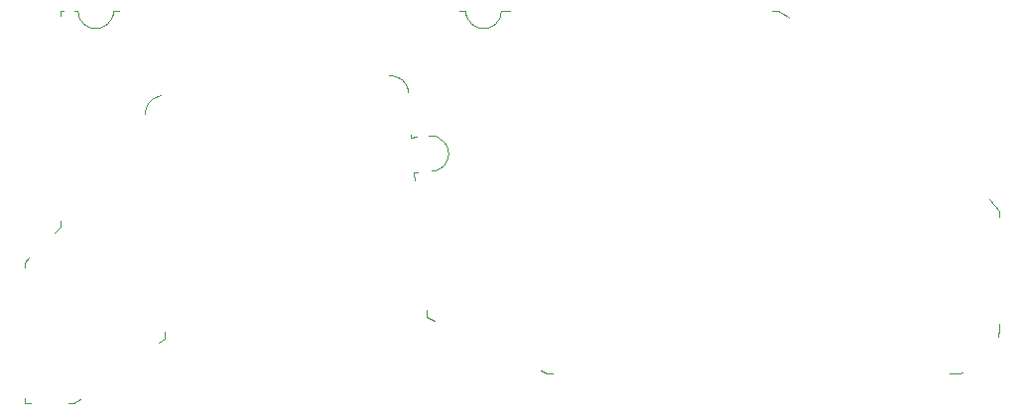
<source format=gbr>
G04 #@! TF.FileFunction,Copper,L1,Top,Signal*
%FSLAX46Y46*%
G04 Gerber Fmt 4.6, Leading zero omitted, Abs format (unit mm)*
G04 Created by KiCad (PCBNEW (after 2015-may-25 BZR unknown)-product) date 7/2/2015 5:13:15 PM*
%MOMM*%
G01*
G04 APERTURE LIST*
%ADD10C,0.100000*%
%ADD11C,0.099060*%
G04 APERTURE END LIST*
D10*
D11*
X203776580Y-109446060D02*
X204276960Y-109446060D01*
X204276960Y-109446060D02*
X204462380Y-109440980D01*
X204462380Y-109440980D02*
X204645260Y-109428280D01*
X204645260Y-109428280D02*
X204830680Y-109405420D01*
X169377360Y-109446060D02*
X169875200Y-109446060D01*
X168925240Y-109245400D02*
X169377360Y-109446060D01*
X136326880Y-106845100D02*
X136806940Y-106507280D01*
X129006600Y-112047020D02*
X129575560Y-111645700D01*
X129006600Y-112047020D02*
X128577340Y-112047020D01*
X124876560Y-112047020D02*
X124876560Y-111546640D01*
X207975200Y-105247440D02*
X207975200Y-105745280D01*
X159176720Y-104645460D02*
X159826960Y-104945180D01*
X159176720Y-104645460D02*
X159125920Y-104046020D01*
X124876560Y-100446840D02*
X124876560Y-99946460D01*
X207975200Y-95615760D02*
X207975200Y-96095820D01*
X207998060Y-95615760D02*
X207858360Y-95432880D01*
X207858360Y-95432880D02*
X207716120Y-95250000D01*
X207716120Y-95250000D02*
X207573880Y-95069660D01*
X207573880Y-95069660D02*
X207431640Y-94886780D01*
X207431640Y-94886780D02*
X207289400Y-94706440D01*
X207289400Y-94706440D02*
X207144620Y-94526100D01*
X158125160Y-92997020D02*
X158056580Y-92275660D01*
X158056580Y-92275660D02*
X158376620Y-92245180D01*
X127876300Y-96946720D02*
X127375920Y-97447100D01*
X127876300Y-96446340D02*
X127876300Y-96946720D01*
X157787340Y-89286080D02*
X158275020Y-89245440D01*
X157787340Y-89286080D02*
X157777180Y-89047320D01*
X157576520Y-85445600D02*
X157548580Y-85206840D01*
X157548580Y-85206840D02*
X157482540Y-84975700D01*
X157482540Y-84975700D02*
X157380940Y-84757260D01*
X157380940Y-84757260D02*
X157246320Y-84559140D01*
X157246320Y-84559140D02*
X157083760Y-84383880D01*
X157083760Y-84383880D02*
X156893260Y-84236560D01*
X156893260Y-84236560D02*
X156679900Y-84122260D01*
X156679900Y-84122260D02*
X156453840Y-84043520D01*
X156453840Y-84043520D02*
X156217620Y-84002880D01*
X156217620Y-84002880D02*
X155976320Y-84000340D01*
X155976320Y-84000340D02*
X156217620Y-84002880D01*
X156217620Y-84002880D02*
X156453840Y-84043520D01*
X156453840Y-84043520D02*
X156679900Y-84122260D01*
X156679900Y-84122260D02*
X156893260Y-84236560D01*
X156893260Y-84236560D02*
X157083760Y-84383880D01*
X157083760Y-84383880D02*
X157246320Y-84559140D01*
X157246320Y-84559140D02*
X157380940Y-84757260D01*
X157380940Y-84757260D02*
X157482540Y-84975700D01*
X157482540Y-84975700D02*
X157548580Y-85206840D01*
X157548580Y-85206840D02*
X157576520Y-85445600D01*
X136476740Y-85704680D02*
X136230360Y-85750400D01*
X136230360Y-85750400D02*
X135996680Y-85834220D01*
X135996680Y-85834220D02*
X135778240Y-85958680D01*
X135778240Y-85958680D02*
X135585200Y-86118700D01*
X135585200Y-86118700D02*
X135420100Y-86306660D01*
X135420100Y-86306660D02*
X135288020Y-86520020D01*
X135288020Y-86520020D02*
X135194040Y-86751160D01*
X135194040Y-86751160D02*
X135140700Y-86995000D01*
X135140700Y-86995000D02*
X135128000Y-87246460D01*
X135128000Y-87246460D02*
X135140700Y-86995000D01*
X135140700Y-86995000D02*
X135194040Y-86751160D01*
X135194040Y-86751160D02*
X135288020Y-86520020D01*
X135288020Y-86520020D02*
X135420100Y-86306660D01*
X135420100Y-86306660D02*
X135585200Y-86118700D01*
X135585200Y-86118700D02*
X135778240Y-85958680D01*
X135778240Y-85958680D02*
X135996680Y-85834220D01*
X135996680Y-85834220D02*
X136230360Y-85750400D01*
X136230360Y-85750400D02*
X136476740Y-85704680D01*
X188577220Y-78445360D02*
X189075060Y-78445360D01*
X189136020Y-78452980D02*
X189329060Y-78574900D01*
X189329060Y-78574900D02*
X189519560Y-78694280D01*
X189519560Y-78694280D02*
X189710060Y-78816200D01*
X189710060Y-78816200D02*
X189900560Y-78938120D01*
X189900560Y-78938120D02*
X190091060Y-79062580D01*
X165475920Y-78445360D02*
X166276020Y-78445360D01*
X161975800Y-78445360D02*
X162476180Y-78445360D01*
X127876300Y-78445360D02*
X127876300Y-78945740D01*
X127876300Y-78445360D02*
X128176020Y-78445360D01*
X129075180Y-78445360D02*
X129377440Y-78445360D01*
X129377440Y-78445360D02*
X129397760Y-78694280D01*
X129397760Y-78694280D02*
X129458720Y-78933040D01*
X129458720Y-78933040D02*
X129557780Y-79159100D01*
X129557780Y-79159100D02*
X129692400Y-79367380D01*
X129692400Y-79367380D02*
X129860040Y-79550260D01*
X129860040Y-79550260D02*
X130055620Y-79702660D01*
X130055620Y-79702660D02*
X130274060Y-79819500D01*
X130274060Y-79819500D02*
X130507740Y-79900780D01*
X130507740Y-79900780D02*
X130751580Y-79941420D01*
X130751580Y-79941420D02*
X131000500Y-79941420D01*
X131000500Y-79941420D02*
X131244340Y-79900780D01*
X131244340Y-79900780D02*
X131478020Y-79819500D01*
X131478020Y-79819500D02*
X131696460Y-79702660D01*
X131696460Y-79702660D02*
X131892040Y-79550260D01*
X131892040Y-79550260D02*
X132059680Y-79367380D01*
X132059680Y-79367380D02*
X132194300Y-79159100D01*
X132194300Y-79159100D02*
X132295900Y-78933040D01*
X132295900Y-78933040D02*
X132356860Y-78694280D01*
X132356860Y-78694280D02*
X132377180Y-78445360D01*
X132377180Y-78445360D02*
X132356860Y-78694280D01*
X132356860Y-78694280D02*
X132295900Y-78933040D01*
X132295900Y-78933040D02*
X132194300Y-79159100D01*
X132194300Y-79159100D02*
X132059680Y-79367380D01*
X132059680Y-79367380D02*
X131892040Y-79550260D01*
X131892040Y-79550260D02*
X131696460Y-79702660D01*
X131696460Y-79702660D02*
X131478020Y-79819500D01*
X131478020Y-79819500D02*
X131244340Y-79900780D01*
X131244340Y-79900780D02*
X131000500Y-79941420D01*
X131000500Y-79941420D02*
X130751580Y-79941420D01*
X130751580Y-79941420D02*
X130507740Y-79900780D01*
X130507740Y-79900780D02*
X130274060Y-79819500D01*
X130274060Y-79819500D02*
X130055620Y-79702660D01*
X130055620Y-79702660D02*
X129860040Y-79550260D01*
X129860040Y-79550260D02*
X129692400Y-79367380D01*
X129692400Y-79367380D02*
X129557780Y-79159100D01*
X129557780Y-79159100D02*
X129458720Y-78933040D01*
X129458720Y-78933040D02*
X129397760Y-78694280D01*
X129397760Y-78694280D02*
X129377440Y-78445360D01*
X125376940Y-112047020D02*
X124876560Y-112047020D01*
X125227080Y-99595940D02*
X124876560Y-99946460D01*
X162476180Y-78445360D02*
X162496500Y-78694280D01*
X162496500Y-78694280D02*
X162557460Y-78933040D01*
X162557460Y-78933040D02*
X162656520Y-79159100D01*
X162656520Y-79159100D02*
X162793680Y-79367380D01*
X162793680Y-79367380D02*
X162961320Y-79550260D01*
X162961320Y-79550260D02*
X163156900Y-79702660D01*
X163156900Y-79702660D02*
X163372800Y-79819500D01*
X163372800Y-79819500D02*
X163609020Y-79900780D01*
X163609020Y-79900780D02*
X163852860Y-79941420D01*
X163852860Y-79941420D02*
X164099240Y-79941420D01*
X164099240Y-79941420D02*
X164345620Y-79900780D01*
X164345620Y-79900780D02*
X164579300Y-79819500D01*
X164579300Y-79819500D02*
X164797740Y-79702660D01*
X164797740Y-79702660D02*
X164993320Y-79550260D01*
X164993320Y-79550260D02*
X165160960Y-79367380D01*
X165160960Y-79367380D02*
X165295580Y-79159100D01*
X165295580Y-79159100D02*
X165394640Y-78933040D01*
X165394640Y-78933040D02*
X165455600Y-78694280D01*
X165455600Y-78694280D02*
X165475920Y-78445360D01*
X165475920Y-78445360D02*
X165455600Y-78694280D01*
X165455600Y-78694280D02*
X165394640Y-78933040D01*
X165394640Y-78933040D02*
X165295580Y-79159100D01*
X165295580Y-79159100D02*
X165160960Y-79367380D01*
X165160960Y-79367380D02*
X164993320Y-79550260D01*
X164993320Y-79550260D02*
X164797740Y-79702660D01*
X164797740Y-79702660D02*
X164579300Y-79819500D01*
X164579300Y-79819500D02*
X164345620Y-79900780D01*
X164345620Y-79900780D02*
X164099240Y-79941420D01*
X164099240Y-79941420D02*
X163852860Y-79941420D01*
X163852860Y-79941420D02*
X163609020Y-79900780D01*
X163609020Y-79900780D02*
X163372800Y-79819500D01*
X163372800Y-79819500D02*
X163156900Y-79702660D01*
X163156900Y-79702660D02*
X162961320Y-79550260D01*
X162961320Y-79550260D02*
X162793680Y-79367380D01*
X162793680Y-79367380D02*
X162656520Y-79159100D01*
X162656520Y-79159100D02*
X162557460Y-78933040D01*
X162557460Y-78933040D02*
X162496500Y-78694280D01*
X162496500Y-78694280D02*
X162476180Y-78445360D01*
X132377180Y-78445360D02*
X132875020Y-78445360D01*
X207975200Y-105745280D02*
X207972660Y-105930700D01*
X207972660Y-105930700D02*
X207957420Y-106116120D01*
X207957420Y-106116120D02*
X207934560Y-106299000D01*
X159605980Y-92141040D02*
X159852360Y-92097860D01*
X159852360Y-92097860D02*
X160086040Y-92016580D01*
X160086040Y-92016580D02*
X160301940Y-91897200D01*
X160301940Y-91897200D02*
X160497520Y-91744800D01*
X160497520Y-91744800D02*
X160665160Y-91561920D01*
X160665160Y-91561920D02*
X160799780Y-91353640D01*
X160799780Y-91353640D02*
X160896300Y-91127580D01*
X160896300Y-91127580D02*
X160957260Y-90886280D01*
X160957260Y-90886280D02*
X160975040Y-90639900D01*
X160975040Y-90639900D02*
X160954720Y-90393520D01*
X160954720Y-90393520D02*
X160893760Y-90152220D01*
X160893760Y-90152220D02*
X160792160Y-89926160D01*
X160792160Y-89926160D02*
X160655000Y-89720420D01*
X160655000Y-89720420D02*
X160487360Y-89537540D01*
X160487360Y-89537540D02*
X160291780Y-89387680D01*
X160291780Y-89387680D02*
X160073340Y-89270840D01*
X160073340Y-89270840D02*
X159837120Y-89189560D01*
X159837120Y-89189560D02*
X159593280Y-89151460D01*
X159593280Y-89151460D02*
X159344360Y-89151460D01*
X159344360Y-89151460D02*
X159593280Y-89151460D01*
X159593280Y-89151460D02*
X159837120Y-89189560D01*
X159837120Y-89189560D02*
X160073340Y-89270840D01*
X160073340Y-89270840D02*
X160291780Y-89387680D01*
X160291780Y-89387680D02*
X160487360Y-89537540D01*
X160487360Y-89537540D02*
X160655000Y-89720420D01*
X160655000Y-89720420D02*
X160792160Y-89926160D01*
X160792160Y-89926160D02*
X160893760Y-90152220D01*
X160893760Y-90152220D02*
X160954720Y-90393520D01*
X160954720Y-90393520D02*
X160975040Y-90639900D01*
X160975040Y-90639900D02*
X160957260Y-90886280D01*
X160957260Y-90886280D02*
X160896300Y-91127580D01*
X160896300Y-91127580D02*
X160799780Y-91353640D01*
X160799780Y-91353640D02*
X160665160Y-91561920D01*
X160665160Y-91561920D02*
X160497520Y-91744800D01*
X160497520Y-91744800D02*
X160301940Y-91897200D01*
X160301940Y-91897200D02*
X160086040Y-92016580D01*
X160086040Y-92016580D02*
X159852360Y-92097860D01*
X159852360Y-92097860D02*
X159605980Y-92141040D01*
X136806940Y-106507280D02*
X136776460Y-105945940D01*
M02*

</source>
